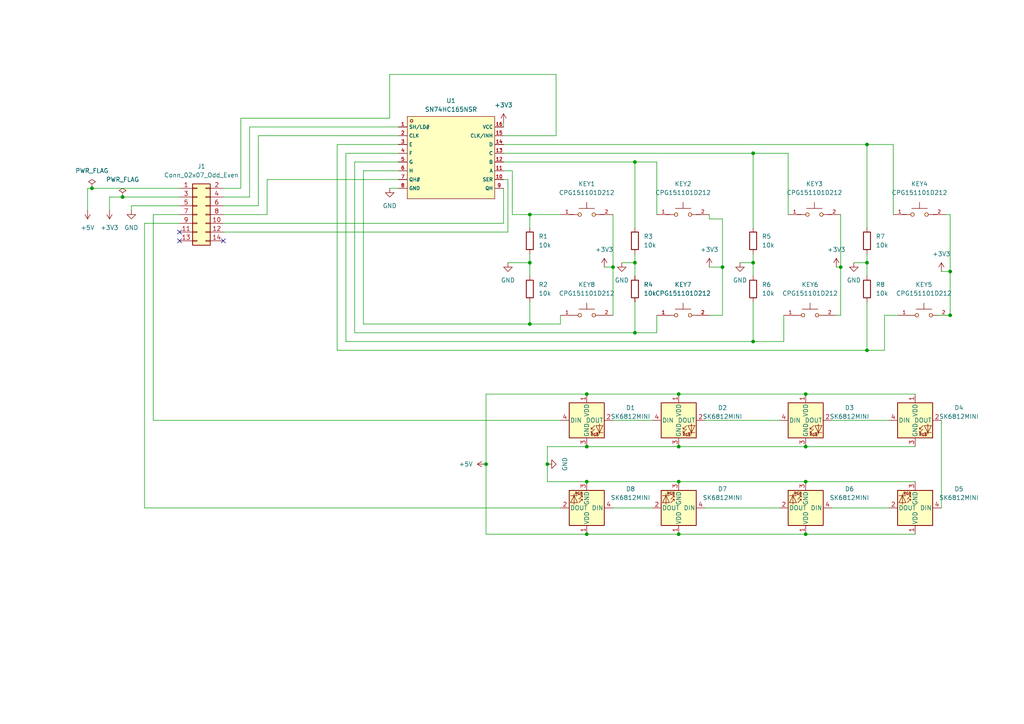
<source format=kicad_sch>
(kicad_sch (version 20230121) (generator eeschema)
  (paper "A4")
  (lib_symbols
    (symbol "CPG151101D212:CPG151101D212" (pin_names hide)
      (property "Reference" "KEY" (at 0 1.27 0))
      (property "Value" "CPG151101D212" (at 0 -2.54 0))
      (symbol "CPG151101D212_0_1"
        (circle (center -2.032 -2.54) (radius 0.508) (fill (type background)))
        (polyline (pts (xy -5.08 -2.54) (xy -2.54 -2.54)))
        (polyline (pts (xy -2.286 -0.762) (xy 2.286 -0.762)))
        (polyline (pts (xy 0 -0.762) (xy 0 1.016)))
        (polyline (pts (xy 5.08 -2.54) (xy 2.54 -2.54)))
        (circle (center 2.032 -2.54) (radius 0.508) (fill (type background)))
        (pin unspecified line (at -7.62 -2.54 0) (length 3.81) (name "1") (number "1"))
        (pin unspecified line (at 7.62 -2.54 180) (length 3.81) (name "2") (number "2"))
      )
    )
    (symbol "Connector_Generic:Conn_02x07_Odd_Even" (pin_names (offset 1.016) hide)
      (property "Reference" "J" (at 1.27 10.16 0))
      (property "Value" "Conn_02x07_Odd_Even" (at 1.27 -10.16 0))
      (symbol "Conn_02x07_Odd_Even_1_1"
        (rectangle (start -1.27 -7.493) (end 0 -7.747) (stroke (width 0.1524)))
        (rectangle (start -1.27 -4.953) (end 0 -5.207) (stroke (width 0.1524)))
        (rectangle (start -1.27 -2.413) (end 0 -2.667) (stroke (width 0.1524)))
        (rectangle (start -1.27 0.127) (end 0 -0.127) (stroke (width 0.1524)))
        (rectangle (start -1.27 2.667) (end 0 2.413) (stroke (width 0.1524)))
        (rectangle (start -1.27 5.207) (end 0 4.953) (stroke (width 0.1524)))
        (rectangle (start -1.27 7.747) (end 0 7.493) (stroke (width 0.1524)))
        (rectangle (start -1.27 8.89) (end 3.81 -8.89) (stroke (width 0.254)) (fill (type background)))
        (rectangle (start 3.81 -7.493) (end 2.54 -7.747) (stroke (width 0.1524)))
        (rectangle (start 3.81 -4.953) (end 2.54 -5.207) (stroke (width 0.1524)))
        (rectangle (start 3.81 -2.413) (end 2.54 -2.667) (stroke (width 0.1524)))
        (rectangle (start 3.81 0.127) (end 2.54 -0.127) (stroke (width 0.1524)))
        (rectangle (start 3.81 2.667) (end 2.54 2.413) (stroke (width 0.1524)))
        (rectangle (start 3.81 5.207) (end 2.54 4.953) (stroke (width 0.1524)))
        (rectangle (start 3.81 7.747) (end 2.54 7.493) (stroke (width 0.1524)))
        (pin passive line (at -5.08 7.62 0) (length 3.81) (name "Pin_1") (number "1"))
        (pin passive line (at 7.62 -2.54 180) (length 3.81) (name "Pin_10") (number "10"))
        (pin passive line (at -5.08 -5.08 0) (length 3.81) (name "Pin_11") (number "11"))
        (pin passive line (at 7.62 -5.08 180) (length 3.81) (name "Pin_12") (number "12"))
        (pin passive line (at -5.08 -7.62 0) (length 3.81) (name "Pin_13") (number "13"))
        (pin passive line (at 7.62 -7.62 180) (length 3.81) (name "Pin_14") (number "14"))
        (pin passive line (at 7.62 7.62 180) (length 3.81) (name "Pin_2") (number "2"))
        (pin passive line (at -5.08 5.08 0) (length 3.81) (name "Pin_3") (number "3"))
        (pin passive line (at 7.62 5.08 180) (length 3.81) (name "Pin_4") (number "4"))
        (pin passive line (at -5.08 2.54 0) (length 3.81) (name "Pin_5") (number "5"))
        (pin passive line (at 7.62 2.54 180) (length 3.81) (name "Pin_6") (number "6"))
        (pin passive line (at -5.08 0 0) (length 3.81) (name "Pin_7") (number "7"))
        (pin passive line (at 7.62 0 180) (length 3.81) (name "Pin_8") (number "8"))
        (pin passive line (at -5.08 -2.54 0) (length 3.81) (name "Pin_9") (number "9"))
      )
    )
    (symbol "Device:R" (pin_numbers hide) (pin_names (offset 0))
      (property "Reference" "R" (at 2.032 0 90))
      (property "Value" "R" (at 0 0 90))
      (symbol "R_0_1"
        (rectangle (start -1.016 -2.54) (end 1.016 2.54) (stroke (width 0.254)))
      )
      (symbol "R_1_1"
        (pin passive line (at 0 3.81 270) (length 1.27) (name "~") (number "1"))
        (pin passive line (at 0 -3.81 90) (length 1.27) (name "~") (number "2"))
      )
    )
    (symbol "LED:SK6812MINI" (pin_names (offset 0.254))
      (property "Reference" "D" (at 5.08 5.715 0))
      (property "Value" "SK6812MINI" (at 1.27 -5.715 0))
      (symbol "SK6812MINI_0_0"
        (text "RGB" (at 2.286 -4.191 0) (effects (font (size 0.762 0.762))))
      )
      (symbol "SK6812MINI_0_1"
        (polyline (pts (xy 1.27 -3.556) (xy 1.778 -3.556)))
        (polyline (pts (xy 1.27 -2.54) (xy 1.778 -2.54)))
        (polyline (pts (xy 4.699 -3.556) (xy 2.667 -3.556)))
        (polyline (pts (xy 2.286 -2.54) (xy 1.27 -3.556) (xy 1.27 -3.048)))
        (polyline (pts (xy 2.286 -1.524) (xy 1.27 -2.54) (xy 1.27 -2.032)))
        (polyline (pts (xy 3.683 -1.016) (xy 3.683 -3.556) (xy 3.683 -4.064)))
        (polyline (pts (xy 4.699 -1.524) (xy 2.667 -1.524) (xy 3.683 -3.556) (xy 4.699 -1.524)))
        (rectangle (start 5.08 5.08) (end -5.08 -5.08) (stroke (width 0.254)) (fill (type background)))
      )
      (symbol "SK6812MINI_1_1"
        (pin power_in line (at 0 7.62 270) (length 2.54) (name "VDD") (number "1"))
        (pin output line (at 7.62 0 180) (length 2.54) (name "DOUT") (number "2"))
        (pin power_in line (at 0 -7.62 90) (length 2.54) (name "GND") (number "3"))
        (pin input line (at -7.62 0 0) (length 2.54) (name "DIN") (number "4"))
      )
    )
    (symbol "SN74HC165NSR:SN74HC165NSR"
      (property "Reference" "U" (at 0 1.27 0))
      (property "Value" "SN74HC165NSR" (at 0 -2.54 0))
      (symbol "SN74HC165NSR_0_1"
        (rectangle (start -12.7 11.938) (end 12.7 -11.938) (fill (type background)))
        (circle (center -11.43 10.668) (radius 0.381) (fill (type background)))
        (circle (center -11.43 10.668) (radius 0.381) (fill (type background)))
        (pin unspecified line (at -15.24 8.89 0) (length 2.54) (name "SH/LD#") (number "1"))
        (pin unspecified line (at 15.24 -6.35 180) (length 2.54) (name "SER") (number "10"))
        (pin unspecified line (at 15.24 -3.81 180) (length 2.54) (name "A") (number "11"))
        (pin unspecified line (at 15.24 -1.27 180) (length 2.54) (name "B") (number "12"))
        (pin unspecified line (at 15.24 1.27 180) (length 2.54) (name "C") (number "13"))
        (pin unspecified line (at 15.24 3.81 180) (length 2.54) (name "D") (number "14"))
        (pin unspecified line (at 15.24 6.35 180) (length 2.54) (name "CLK/INH") (number "15"))
        (pin unspecified line (at 15.24 8.89 180) (length 2.54) (name "VCC") (number "16"))
        (pin unspecified line (at -15.24 6.35 0) (length 2.54) (name "CLK") (number "2"))
        (pin unspecified line (at -15.24 3.81 0) (length 2.54) (name "E") (number "3"))
        (pin unspecified line (at -15.24 1.27 0) (length 2.54) (name "F") (number "4"))
        (pin unspecified line (at -15.24 -1.27 0) (length 2.54) (name "G") (number "5"))
        (pin unspecified line (at -15.24 -3.81 0) (length 2.54) (name "H") (number "6"))
        (pin unspecified line (at -15.24 -6.35 0) (length 2.54) (name "QH#") (number "7"))
        (pin unspecified line (at -15.24 -8.89 0) (length 2.54) (name "GND") (number "8"))
        (pin unspecified line (at 15.24 -8.89 180) (length 2.54) (name "QH") (number "9"))
      )
    )
    (symbol "power:+3V3" (power) (pin_names (offset 0))
      (property "Value" "+3V3" (at 0 3.556 0))
      (symbol "+3V3_0_1"
        (polyline (pts (xy -0.762 1.27) (xy 0 2.54)))
        (polyline (pts (xy 0 0) (xy 0 2.54)))
        (polyline (pts (xy 0 2.54) (xy 0.762 1.27)))
      )
      (symbol "+3V3_1_1"
        (pin power_in line (at 0 0 90) (length 0) hide (name "+3V3") (number "1"))
      )
    )
    (symbol "power:+5V" (power) (pin_names (offset 0))
      (property "Value" "+5V" (at 0 3.556 0))
      (symbol "+5V_0_1"
        (polyline (pts (xy -0.762 1.27) (xy 0 2.54)))
        (polyline (pts (xy 0 0) (xy 0 2.54)))
        (polyline (pts (xy 0 2.54) (xy 0.762 1.27)))
      )
      (symbol "+5V_1_1"
        (pin power_in line (at 0 0 90) (length 0) hide (name "+5V") (number "1"))
      )
    )
    (symbol "power:GND" (power) (pin_names (offset 0))
      (property "Value" "GND" (at 0 -3.81 0))
      (symbol "GND_0_1"
        (polyline (pts (xy 0 0) (xy 0 -1.27) (xy 1.27 -1.27) (xy 0 -2.54) (xy -1.27 -1.27) (xy 0 -1.27)))
      )
      (symbol "GND_1_1"
        (pin power_in line (at 0 0 270) (length 0) hide (name "GND") (number "1"))
      )
    )
    (symbol "power:PWR_FLAG" (power) (pin_numbers hide) (pin_names (offset 0) hide)
      (property "Value" "PWR_FLAG" (at 0 3.81 0))
      (symbol "PWR_FLAG_0_0"
        (pin power_out line (at 0 0 90) (length 0) (name "pwr") (number "1"))
      )
      (symbol "PWR_FLAG_0_1"
        (polyline (pts (xy 0 0) (xy 0 1.27) (xy -1.016 1.905) (xy 0 2.54) (xy 1.016 1.905) (xy 0 1.27)))
      )
    )
  )
  (junction (at 158.75 134.62))
  (junction (at 170.18 129.54))
  (junction (at 153.67 76.2))
  (junction (at 26.67 54.61))
  (junction (at 170.18 139.7))
  (junction (at 218.44 44.45))
  (junction (at 218.44 99.06))
  (junction (at 275.59 91.44))
  (junction (at 233.68 139.7))
  (junction (at 153.67 62.23))
  (junction (at 184.15 46.99))
  (junction (at 177.8 77.47))
  (junction (at 233.68 154.94))
  (junction (at 251.46 76.2))
  (junction (at 184.15 76.2))
  (junction (at 196.85 154.94))
  (junction (at 170.18 114.3))
  (junction (at 140.97 134.62))
  (junction (at 275.59 78.74))
  (junction (at 251.46 41.91))
  (junction (at 35.56 57.15))
  (junction (at 196.85 129.54))
  (junction (at 153.67 93.98))
  (junction (at 196.85 114.3))
  (junction (at 233.68 114.3))
  (junction (at 170.18 154.94))
  (junction (at 218.44 76.2))
  (junction (at 196.85 139.7))
  (junction (at 243.84 77.47))
  (junction (at 233.68 129.54))
  (junction (at 251.46 101.6))
  (junction (at 184.15 96.52))
  (junction (at 209.55 77.47))
  (no_connect (at 64.77 69.85))
  (no_connect (at 52.07 67.31))
  (no_connect (at 52.07 69.85))
  (wire (pts (xy 158.75 139.7) (xy 158.75 134.62)))
  (wire (pts (xy 184.15 87.63) (xy 184.15 96.52)))
  (wire (pts (xy 41.91 147.32) (xy 162.56 147.32)))
  (wire (pts (xy 218.44 44.45) (xy 146.05 44.45)))
  (wire (pts (xy 146.05 49.53) (xy 148.59 49.53)))
  (wire (pts (xy 140.97 154.94) (xy 170.18 154.94)))
  (wire (pts (xy 69.85 54.61) (xy 64.77 54.61)))
  (wire (pts (xy 72.39 57.15) (xy 64.77 57.15)))
  (wire (pts (xy 140.97 134.62) (xy 140.97 154.94)))
  (wire (pts (xy 218.44 76.2) (xy 214.63 76.2)))
  (wire (pts (xy 153.67 93.98) (xy 105.41 93.98)))
  (wire (pts (xy 177.8 77.47) (xy 177.8 91.44)))
  (wire (pts (xy 274.32 62.23) (xy 275.59 62.23)))
  (wire (pts (xy 162.56 93.98) (xy 153.67 93.98)))
  (wire (pts (xy 105.41 49.53) (xy 115.57 49.53)))
  (wire (pts (xy 259.08 62.23) (xy 259.08 41.91)))
  (wire (pts (xy 153.67 73.66) (xy 153.67 76.2)))
  (wire (pts (xy 184.15 76.2) (xy 180.34 76.2)))
  (wire (pts (xy 256.54 101.6) (xy 251.46 101.6)))
  (wire (pts (xy 190.5 62.23) (xy 190.5 46.99)))
  (wire (pts (xy 102.87 96.52) (xy 102.87 46.99)))
  (wire (pts (xy 251.46 80.01) (xy 251.46 76.2)))
  (wire (pts (xy 256.54 91.44) (xy 260.35 91.44)))
  (wire (pts (xy 218.44 73.66) (xy 218.44 76.2)))
  (wire (pts (xy 273.05 121.92) (xy 273.05 147.32)))
  (wire (pts (xy 146.05 54.61) (xy 146.05 64.77)))
  (wire (pts (xy 113.03 54.61) (xy 115.57 54.61)))
  (wire (pts (xy 113.03 21.59) (xy 113.03 34.29)))
  (wire (pts (xy 275.59 78.74) (xy 273.05 78.74)))
  (wire (pts (xy 115.57 36.83) (xy 72.39 36.83)))
  (wire (pts (xy 77.47 62.23) (xy 64.77 62.23)))
  (wire (pts (xy 105.41 93.98) (xy 105.41 49.53)))
  (wire (pts (xy 184.15 46.99) (xy 184.15 66.04)))
  (wire (pts (xy 196.85 114.3) (xy 233.68 114.3)))
  (wire (pts (xy 161.29 21.59) (xy 113.03 21.59)))
  (wire (pts (xy 251.46 101.6) (xy 97.79 101.6)))
  (wire (pts (xy 209.55 91.44) (xy 209.55 77.47)))
  (wire (pts (xy 251.46 66.04) (xy 251.46 41.91)))
  (wire (pts (xy 153.67 62.23) (xy 153.67 66.04)))
  (wire (pts (xy 243.84 77.47) (xy 242.57 77.47)))
  (wire (pts (xy 271.78 91.44) (xy 275.59 91.44)))
  (wire (pts (xy 146.05 36.83) (xy 146.05 35.56)))
  (wire (pts (xy 233.68 154.94) (xy 265.43 154.94)))
  (wire (pts (xy 115.57 52.07) (xy 77.47 52.07)))
  (wire (pts (xy 146.05 39.37) (xy 161.29 39.37)))
  (wire (pts (xy 227.33 91.44) (xy 227.33 99.06)))
  (wire (pts (xy 204.47 147.32) (xy 226.06 147.32)))
  (wire (pts (xy 251.46 76.2) (xy 247.65 76.2)))
  (wire (pts (xy 146.05 41.91) (xy 251.46 41.91)))
  (wire (pts (xy 204.47 121.92) (xy 226.06 121.92)))
  (wire (pts (xy 170.18 129.54) (xy 158.75 129.54)))
  (wire (pts (xy 148.59 49.53) (xy 148.59 62.23)))
  (wire (pts (xy 251.46 87.63) (xy 251.46 101.6)))
  (wire (pts (xy 170.18 129.54) (xy 196.85 129.54)))
  (wire (pts (xy 161.29 39.37) (xy 161.29 21.59)))
  (wire (pts (xy 243.84 62.23) (xy 243.84 77.47)))
  (wire (pts (xy 146.05 52.07) (xy 147.32 52.07)))
  (wire (pts (xy 190.5 91.44) (xy 190.5 96.52)))
  (wire (pts (xy 52.07 57.15) (xy 35.56 57.15)))
  (wire (pts (xy 196.85 154.94) (xy 233.68 154.94)))
  (wire (pts (xy 115.57 39.37) (xy 74.93 39.37)))
  (wire (pts (xy 26.67 54.61) (xy 25.4 54.61)))
  (wire (pts (xy 140.97 134.62) (xy 140.97 114.3)))
  (wire (pts (xy 170.18 139.7) (xy 196.85 139.7)))
  (wire (pts (xy 233.68 139.7) (xy 265.43 139.7)))
  (wire (pts (xy 38.1 59.69) (xy 38.1 60.96)))
  (wire (pts (xy 35.56 57.15) (xy 31.75 57.15)))
  (wire (pts (xy 218.44 80.01) (xy 218.44 76.2)))
  (wire (pts (xy 228.6 62.23) (xy 228.6 44.45)))
  (wire (pts (xy 177.8 62.23) (xy 177.8 77.47)))
  (wire (pts (xy 241.3 147.32) (xy 257.81 147.32)))
  (wire (pts (xy 170.18 154.94) (xy 196.85 154.94)))
  (wire (pts (xy 205.74 62.23) (xy 205.74 63.5)))
  (wire (pts (xy 44.45 121.92) (xy 162.56 121.92)))
  (wire (pts (xy 209.55 63.5) (xy 209.55 77.47)))
  (wire (pts (xy 153.67 87.63) (xy 153.67 93.98)))
  (wire (pts (xy 41.91 147.32) (xy 41.91 64.77)))
  (wire (pts (xy 218.44 44.45) (xy 218.44 66.04)))
  (wire (pts (xy 44.45 62.23) (xy 44.45 121.92)))
  (wire (pts (xy 205.74 91.44) (xy 209.55 91.44)))
  (wire (pts (xy 228.6 44.45) (xy 218.44 44.45)))
  (wire (pts (xy 140.97 114.3) (xy 170.18 114.3)))
  (wire (pts (xy 227.33 99.06) (xy 218.44 99.06)))
  (wire (pts (xy 184.15 96.52) (xy 102.87 96.52)))
  (wire (pts (xy 41.91 64.77) (xy 52.07 64.77)))
  (wire (pts (xy 184.15 76.2) (xy 184.15 80.01)))
  (wire (pts (xy 25.4 54.61) (xy 25.4 60.96)))
  (wire (pts (xy 196.85 139.7) (xy 233.68 139.7)))
  (wire (pts (xy 147.32 67.31) (xy 64.77 67.31)))
  (wire (pts (xy 241.3 121.92) (xy 257.81 121.92)))
  (wire (pts (xy 233.68 114.3) (xy 265.43 114.3)))
  (wire (pts (xy 44.45 62.23) (xy 52.07 62.23)))
  (wire (pts (xy 69.85 34.29) (xy 69.85 54.61)))
  (wire (pts (xy 74.93 59.69) (xy 64.77 59.69)))
  (wire (pts (xy 77.47 52.07) (xy 77.47 62.23)))
  (wire (pts (xy 256.54 101.6) (xy 256.54 91.44)))
  (wire (pts (xy 97.79 41.91) (xy 115.57 41.91)))
  (wire (pts (xy 177.8 147.32) (xy 189.23 147.32)))
  (wire (pts (xy 205.74 63.5) (xy 209.55 63.5)))
  (wire (pts (xy 218.44 87.63) (xy 218.44 99.06)))
  (wire (pts (xy 233.68 129.54) (xy 265.43 129.54)))
  (wire (pts (xy 100.33 44.45) (xy 115.57 44.45)))
  (wire (pts (xy 242.57 91.44) (xy 243.84 91.44)))
  (wire (pts (xy 251.46 41.91) (xy 259.08 41.91)))
  (wire (pts (xy 97.79 101.6) (xy 97.79 41.91)))
  (wire (pts (xy 170.18 114.3) (xy 196.85 114.3)))
  (wire (pts (xy 190.5 96.52) (xy 184.15 96.52)))
  (wire (pts (xy 196.85 129.54) (xy 233.68 129.54)))
  (wire (pts (xy 184.15 46.99) (xy 146.05 46.99)))
  (wire (pts (xy 218.44 99.06) (xy 100.33 99.06)))
  (wire (pts (xy 153.67 76.2) (xy 147.32 76.2)))
  (wire (pts (xy 275.59 62.23) (xy 275.59 78.74)))
  (wire (pts (xy 153.67 62.23) (xy 162.56 62.23)))
  (wire (pts (xy 205.74 77.47) (xy 209.55 77.47)))
  (wire (pts (xy 74.93 39.37) (xy 74.93 59.69)))
  (wire (pts (xy 184.15 73.66) (xy 184.15 76.2)))
  (wire (pts (xy 251.46 73.66) (xy 251.46 76.2)))
  (wire (pts (xy 243.84 91.44) (xy 243.84 77.47)))
  (wire (pts (xy 275.59 91.44) (xy 275.59 78.74)))
  (wire (pts (xy 162.56 91.44) (xy 162.56 93.98)))
  (wire (pts (xy 100.33 99.06) (xy 100.33 44.45)))
  (wire (pts (xy 158.75 139.7) (xy 170.18 139.7)))
  (wire (pts (xy 31.75 57.15) (xy 31.75 60.96)))
  (wire (pts (xy 153.67 76.2) (xy 153.67 80.01)))
  (wire (pts (xy 146.05 64.77) (xy 64.77 64.77)))
  (wire (pts (xy 113.03 34.29) (xy 69.85 34.29)))
  (wire (pts (xy 158.75 129.54) (xy 158.75 134.62)))
  (wire (pts (xy 102.87 46.99) (xy 115.57 46.99)))
  (wire (pts (xy 52.07 54.61) (xy 26.67 54.61)))
  (wire (pts (xy 148.59 62.23) (xy 153.67 62.23)))
  (wire (pts (xy 177.8 77.47) (xy 175.26 77.47)))
  (wire (pts (xy 147.32 52.07) (xy 147.32 67.31)))
  (wire (pts (xy 190.5 46.99) (xy 184.15 46.99)))
  (wire (pts (xy 177.8 121.92) (xy 189.23 121.92)))
  (wire (pts (xy 52.07 59.69) (xy 38.1 59.69)))
  (wire (pts (xy 72.39 36.83) (xy 72.39 57.15)))
  (symbol (lib_id "Device:R") (at 184.15 69.85 0) (unit 1)
    (property "Reference" "R3" (at 186.69 68.58 0) (effects (justify left)))
    (property "Value" "10k" (at 186.69 71.12 0) (effects (justify left)))
    (property "Footprint" "Resistor_SMD:R_0603_1608Metric" (effects hide))
    (property "LCSC" "C304504" (effects hide))
  )
  (symbol (lib_id "power:GND") (at 147.32 76.2 0) (unit 1)
    (property "Reference" "#PWR07" (effects hide))
    (property "Value" "GND" (at 147.32 81.28 0))
  )
  (symbol (lib_id "LED:SK6812MINI") (at 233.68 121.92 0) (unit 1)
    (property "Reference" "D3" (at 246.38 118.2721 0))
    (property "Value" "SK6812MINI" (at 246.38 120.8121 0))
    (property "Footprint" "footprint:LED-SMD_4P-L3.2-W2.8_SK6812MINI-EA" (effects hide))
    (property "Datasheet" "https://cdn-shop.adafruit.com/product-files/2686/SK6812MINI_REV.01-1-2.pdf" (effects hide))
    (property "LCSC" "C5378731" (effects hide))
  )
  (symbol (lib_id "SN74HC165NSR:SN74HC165NSR") (at 130.81 45.72 0) (unit 1)
    (property "Reference" "U1" (at 130.81 29.21 0))
    (property "Value" "SN74HC165NSR" (at 130.81 31.75 0))
    (property "Footprint" "footprint:SOP-16_L10.3-W5.4-P1.27-LS7.8-BL" (effects hide))
    (property "Datasheet" "https://item.szlcsc.com/108111.html?ref=editor&logined=true" (effects hide))
    (property "LCSC" "C129935" (effects hide))
  )
  (symbol (lib_id "CPG151101D212:CPG151101D212") (at 170.18 59.69 0) (unit 1)
    (property "Reference" "KEY1" (at 170.18 53.34 0))
    (property "Value" "CPG151101D212" (at 170.18 55.88 0))
    (property "Footprint" "footprint:KEY-TH_CPG151101D21X" (effects hide))
    (property "Datasheet" "https://item.szlcsc.com/383997.html" (effects hide))
    (property "LCSC" "C400234" (effects hide))
  )
  (symbol (lib_id "power:GND") (at 38.1 60.96 0) (unit 1)
    (property "Reference" "#PWR03" (effects hide))
    (property "Value" "GND" (at 38.1 66.04 0))
  )
  (symbol (lib_id "Device:R") (at 218.44 83.82 0) (unit 1)
    (property "Reference" "R6" (at 220.98 82.55 0) (effects (justify left)))
    (property "Value" "10k" (at 220.98 85.09 0) (effects (justify left)))
    (property "Footprint" "Resistor_SMD:R_0603_1608Metric" (effects hide))
    (property "LCSC" "C304504" (effects hide))
  )
  (symbol (lib_id "LED:SK6812MINI") (at 265.43 147.32 180) (unit 1)
    (property "Reference" "D5" (at 278.13 141.8239 0))
    (property "Value" "SK6812MINI" (at 278.13 144.3639 0))
    (property "Footprint" "footprint:LED-SMD_4P-L3.2-W2.8_SK6812MINI-EA" (effects hide))
    (property "Datasheet" "https://cdn-shop.adafruit.com/product-files/2686/SK6812MINI_REV.01-1-2.pdf" (effects hide))
    (property "LCSC" "C5378731" (effects hide))
  )
  (symbol (lib_id "power:PWR_FLAG") (at 35.56 57.15 0) (unit 1)
    (property "Reference" "#FLG01" (effects hide))
    (property "Value" "PWR_FLAG" (at 35.56 52.07 0))
  )
  (symbol (lib_id "LED:SK6812MINI") (at 265.43 121.92 0) (unit 1)
    (property "Reference" "D4" (at 278.13 118.2721 0))
    (property "Value" "SK6812MINI" (at 278.13 120.8121 0))
    (property "Footprint" "footprint:LED-SMD_4P-L3.2-W2.8_SK6812MINI-EA" (effects hide))
    (property "Datasheet" "https://cdn-shop.adafruit.com/product-files/2686/SK6812MINI_REV.01-1-2.pdf" (effects hide))
    (property "LCSC" "C5378731" (effects hide))
  )
  (symbol (lib_id "CPG151101D212:CPG151101D212") (at 267.97 88.9 0) (unit 1)
    (property "Reference" "KEY5" (at 267.97 82.55 0))
    (property "Value" "CPG151101D212" (at 267.97 85.09 0))
    (property "Footprint" "footprint:KEY-TH_CPG151101D21X" (effects hide))
    (property "Datasheet" "https://item.szlcsc.com/383997.html" (effects hide))
    (property "LCSC" "C400234" (effects hide))
  )
  (symbol (lib_id "power:GND") (at 113.03 54.61 0) (unit 1)
    (property "Reference" "#PWR04" (effects hide))
    (property "Value" "GND" (at 113.03 59.69 0))
  )
  (symbol (lib_id "CPG151101D212:CPG151101D212") (at 266.7 59.69 0) (unit 1)
    (property "Reference" "KEY4" (at 266.7 53.34 0))
    (property "Value" "CPG151101D212" (at 266.7 55.88 0))
    (property "Footprint" "footprint:KEY-TH_CPG151101D21X" (effects hide))
    (property "Datasheet" "https://item.szlcsc.com/383997.html" (effects hide))
    (property "LCSC" "C400234" (effects hide))
  )
  (symbol (lib_id "Device:R") (at 153.67 69.85 0) (unit 1)
    (property "Reference" "R1" (at 156.21 68.58 0) (effects (justify left)))
    (property "Value" "10k" (at 156.21 71.12 0) (effects (justify left)))
    (property "Footprint" "Resistor_SMD:R_0603_1608Metric" (effects hide))
    (property "LCSC" "C304504" (effects hide))
  )
  (symbol (lib_id "CPG151101D212:CPG151101D212") (at 198.12 59.69 0) (unit 1)
    (property "Reference" "KEY2" (at 198.12 53.34 0))
    (property "Value" "CPG151101D212" (at 198.12 55.88 0))
    (property "Footprint" "footprint:KEY-TH_CPG151101D21X" (effects hide))
    (property "Datasheet" "https://item.szlcsc.com/383997.html" (effects hide))
    (property "LCSC" "C400234" (effects hide))
  )
  (symbol (lib_id "LED:SK6812MINI") (at 170.18 147.32 180) (unit 1)
    (property "Reference" "D8" (at 182.88 141.8239 0))
    (property "Value" "SK6812MINI" (at 182.88 144.3639 0))
    (property "Footprint" "footprint:LED-SMD_4P-L3.2-W2.8_SK6812MINI-EA" (effects hide))
    (property "Datasheet" "https://cdn-shop.adafruit.com/product-files/2686/SK6812MINI_REV.01-1-2.pdf" (effects hide))
    (property "LCSC" "C5378731" (effects hide))
  )
  (symbol (lib_id "CPG151101D212:CPG151101D212") (at 236.22 59.69 0) (unit 1)
    (property "Reference" "KEY3" (at 236.22 53.34 0))
    (property "Value" "CPG151101D212" (at 236.22 55.88 0))
    (property "Footprint" "footprint:KEY-TH_CPG151101D21X" (effects hide))
    (property "Datasheet" "https://item.szlcsc.com/383997.html" (effects hide))
    (property "LCSC" "C400234" (effects hide))
  )
  (symbol (lib_id "Device:R") (at 251.46 69.85 0) (unit 1)
    (property "Reference" "R7" (at 254 68.58 0) (effects (justify left)))
    (property "Value" "10k" (at 254 71.12 0) (effects (justify left)))
    (property "Footprint" "Resistor_SMD:R_0603_1608Metric" (effects hide))
    (property "LCSC" "C304504" (effects hide))
  )
  (symbol (lib_id "power:+5V") (at 25.4 60.96 180) (unit 1)
    (property "Reference" "#PWR01" (effects hide))
    (property "Value" "+5V" (at 25.4 66.04 0))
  )
  (symbol (lib_id "CPG151101D212:CPG151101D212") (at 170.18 88.9 0) (unit 1)
    (property "Reference" "KEY8" (at 170.18 82.55 0))
    (property "Value" "CPG151101D212" (at 170.18 85.09 0))
    (property "Footprint" "footprint:KEY-TH_CPG151101D21X" (effects hide))
    (property "Datasheet" "https://item.szlcsc.com/383997.html" (effects hide))
    (property "LCSC" "C400234" (effects hide))
  )
  (symbol (lib_id "power:+3V3") (at 31.75 60.96 180) (unit 1)
    (property "Reference" "#PWR02" (effects hide))
    (property "Value" "+3V3" (at 31.75 66.04 0))
  )
  (symbol (lib_id "power:+3V3") (at 273.05 78.74 0) (unit 1)
    (property "Reference" "#PWR015" (effects hide))
    (property "Value" "+3V3" (at 273.05 73.66 0))
  )
  (symbol (lib_id "CPG151101D212:CPG151101D212") (at 234.95 88.9 0) (unit 1)
    (property "Reference" "KEY6" (at 234.95 82.55 0))
    (property "Value" "CPG151101D212" (at 234.95 85.09 0))
    (property "Footprint" "footprint:KEY-TH_CPG151101D21X" (effects hide))
    (property "Datasheet" "https://item.szlcsc.com/383997.html" (effects hide))
    (property "LCSC" "C400234" (effects hide))
  )
  (symbol (lib_id "Device:R") (at 218.44 69.85 0) (unit 1)
    (property "Reference" "R5" (at 220.98 68.58 0) (effects (justify left)))
    (property "Value" "10k" (at 220.98 71.12 0) (effects (justify left)))
    (property "Footprint" "Resistor_SMD:R_0603_1608Metric" (effects hide))
    (property "LCSC" "C304504" (effects hide))
  )
  (symbol (lib_id "Device:R") (at 251.46 83.82 0) (unit 1)
    (property "Reference" "R8" (at 254 82.55 0) (effects (justify left)))
    (property "Value" "10k" (at 254 85.09 0) (effects (justify left)))
    (property "Footprint" "Resistor_SMD:R_0603_1608Metric" (effects hide))
    (property "LCSC" "C304504" (effects hide))
  )
  (symbol (lib_id "Connector_Generic:Conn_02x07_Odd_Even") (at 57.15 62.23 0) (unit 1)
    (property "Reference" "J1" (at 58.42 48.26 0))
    (property "Value" "Conn_02x07_Odd_Even" (at 58.42 50.8 0))
    (property "Footprint" "Connector_PinHeader_2.54mm:PinHeader_2x07_P2.54mm_Vertical" (effects hide))
  )
  (symbol (lib_id "LED:SK6812MINI") (at 233.68 147.32 180) (unit 1)
    (property "Reference" "D6" (at 246.38 141.8239 0))
    (property "Value" "SK6812MINI" (at 246.38 144.3639 0))
    (property "Footprint" "footprint:LED-SMD_4P-L3.2-W2.8_SK6812MINI-EA" (effects hide))
    (property "Datasheet" "https://cdn-shop.adafruit.com/product-files/2686/SK6812MINI_REV.01-1-2.pdf" (effects hide))
    (property "LCSC" "C5378731" (effects hide))
  )
  (symbol (lib_id "LED:SK6812MINI") (at 196.85 121.92 0) (unit 1)
    (property "Reference" "D2" (at 209.55 118.2721 0))
    (property "Value" "SK6812MINI" (at 209.55 120.8121 0))
    (property "Footprint" "footprint:LED-SMD_4P-L3.2-W2.8_SK6812MINI-EA" (effects hide))
    (property "Datasheet" "https://cdn-shop.adafruit.com/product-files/2686/SK6812MINI_REV.01-1-2.pdf" (effects hide))
    (property "LCSC" "C5378731" (effects hide))
  )
  (symbol (lib_id "LED:SK6812MINI") (at 196.85 147.32 180) (unit 1)
    (property "Reference" "D7" (at 209.55 141.8239 0))
    (property "Value" "SK6812MINI" (at 209.55 144.3639 0))
    (property "Footprint" "footprint:LED-SMD_4P-L3.2-W2.8_SK6812MINI-EA" (effects hide))
    (property "Datasheet" "https://cdn-shop.adafruit.com/product-files/2686/SK6812MINI_REV.01-1-2.pdf" (effects hide))
    (property "LCSC" "C5378731" (effects hide))
  )
  (symbol (lib_id "power:PWR_FLAG") (at 26.67 54.61 0) (unit 1)
    (property "Reference" "#FLG02" (effects hide))
    (property "Value" "PWR_FLAG" (at 26.67 49.53 0))
  )
  (symbol (lib_id "power:+3V3") (at 205.74 77.47 0) (unit 1)
    (property "Reference" "#PWR011" (effects hide))
    (property "Value" "+3V3" (at 205.74 72.39 0))
  )
  (symbol (lib_id "power:+3V3") (at 146.05 35.56 0) (unit 1)
    (property "Reference" "#PWR06" (effects hide))
    (property "Value" "+3V3" (at 146.05 30.48 0))
  )
  (symbol (lib_id "Device:R") (at 153.67 83.82 0) (unit 1)
    (property "Reference" "R2" (at 156.21 82.55 0) (effects (justify left)))
    (property "Value" "10k" (at 156.21 85.09 0) (effects (justify left)))
    (property "Footprint" "Resistor_SMD:R_0603_1608Metric" (effects hide))
    (property "LCSC" "C304504" (effects hide))
  )
  (symbol (lib_id "power:GND") (at 214.63 76.2 0) (unit 1)
    (property "Reference" "#PWR012" (effects hide))
    (property "Value" "GND" (at 214.63 81.28 0))
  )
  (symbol (lib_id "Device:R") (at 184.15 83.82 0) (unit 1)
    (property "Reference" "R4" (at 186.69 82.55 0) (effects (justify left)))
    (property "Value" "10k" (at 186.69 85.09 0) (effects (justify left)))
    (property "Footprint" "Resistor_SMD:R_0603_1608Metric" (effects hide))
    (property "LCSC" "C304504" (effects hide))
  )
  (symbol (lib_id "power:GND") (at 180.34 76.2 0) (unit 1)
    (property "Reference" "#PWR010" (effects hide))
    (property "Value" "GND" (at 180.34 81.28 0))
  )
  (symbol (lib_id "CPG151101D212:CPG151101D212") (at 198.12 88.9 0) (unit 1)
    (property "Reference" "KEY7" (at 198.12 82.55 0))
    (property "Value" "CPG151101D212" (at 198.12 85.09 0))
    (property "Footprint" "footprint:KEY-TH_CPG151101D21X" (effects hide))
    (property "Datasheet" "https://item.szlcsc.com/383997.html" (effects hide))
    (property "LCSC" "C400234" (effects hide))
  )
  (symbol (lib_id "power:GND") (at 247.65 76.2 0) (unit 1)
    (property "Reference" "#PWR014" (effects hide))
    (property "Value" "GND" (at 247.65 81.28 0))
  )
  (symbol (lib_id "power:+3V3") (at 175.26 77.47 0) (unit 1)
    (property "Reference" "#PWR09" (effects hide))
    (property "Value" "+3V3" (at 175.26 72.39 0))
  )
  (symbol (lib_id "power:+3V3") (at 242.57 77.47 0) (unit 1)
    (property "Reference" "#PWR013" (effects hide))
    (property "Value" "+3V3" (at 242.57 72.39 0))
  )
  (symbol (lib_id "power:GND") (at 158.75 134.62 90) (unit 1)
    (property "Reference" "#PWR08" (effects hide))
    (property "Value" "GND" (at 163.83 134.62 0))
  )
  (symbol (lib_id "LED:SK6812MINI") (at 170.18 121.92 0) (unit 1)
    (property "Reference" "D1" (at 182.88 118.2721 0))
    (property "Value" "SK6812MINI" (at 182.88 120.8121 0))
    (property "Footprint" "footprint:LED-SMD_4P-L3.2-W2.8_SK6812MINI-EA" (effects hide))
    (property "Datasheet" "https://cdn-shop.adafruit.com/product-files/2686/SK6812MINI_REV.01-1-2.pdf" (effects hide))
    (property "LCSC" "C5378731" (effects hide))
  )
  (symbol (lib_id "power:+5V") (at 140.97 134.62 90) (unit 1)
    (property "Reference" "#PWR05" (effects hide))
    (property "Value" "+5V" (at 137.16 134.62 90) (effects (justify left)))
  )
)
</source>
